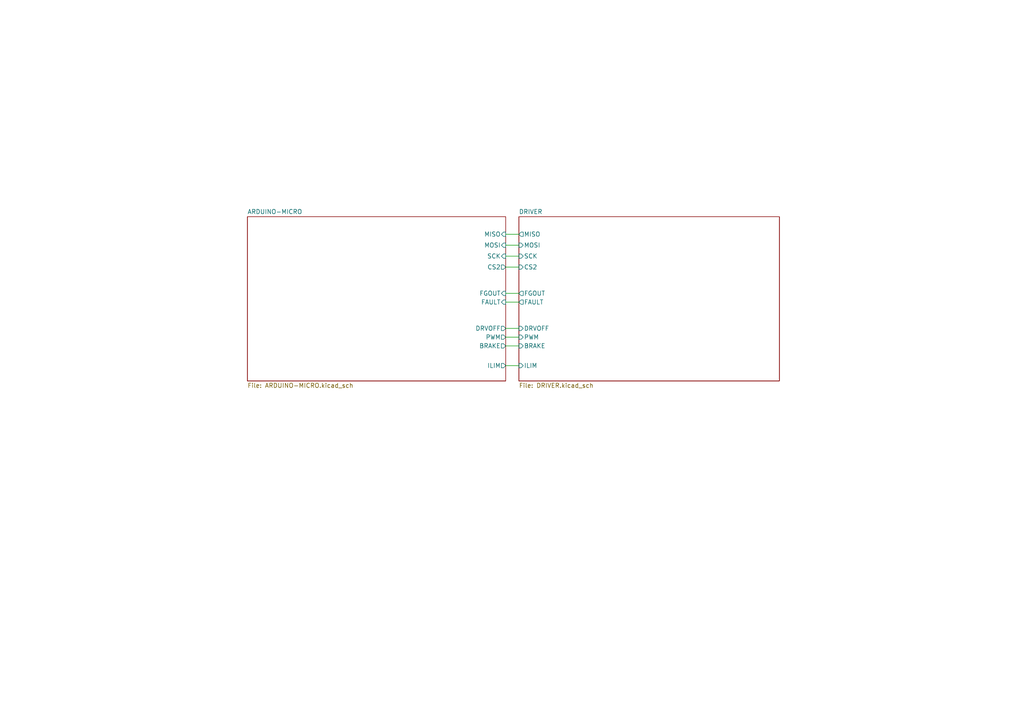
<source format=kicad_sch>
(kicad_sch
	(version 20231120)
	(generator "eeschema")
	(generator_version "8.0")
	(uuid "28736f4a-d3e1-48d0-84cf-91ca743ca464")
	(paper "A4")
	(title_block
		(title "DRIVERINO")
		(date "2021-04-29")
		(rev "01")
		(company "TuX's Design")
	)
	(lib_symbols)
	(wire
		(pts
			(xy 146.685 106.045) (xy 150.495 106.045)
		)
		(stroke
			(width 0)
			(type default)
		)
		(uuid "09bf572a-231e-41f4-acf9-06ac21b8171b")
	)
	(wire
		(pts
			(xy 146.685 95.25) (xy 150.495 95.25)
		)
		(stroke
			(width 0)
			(type default)
		)
		(uuid "1c6a2d0b-2fd4-494f-9d90-e4a50c292ce9")
	)
	(wire
		(pts
			(xy 146.685 71.12) (xy 150.495 71.12)
		)
		(stroke
			(width 0)
			(type default)
		)
		(uuid "34c0a696-afd9-45b6-b0f1-21075154e476")
	)
	(wire
		(pts
			(xy 146.685 97.79) (xy 150.495 97.79)
		)
		(stroke
			(width 0)
			(type default)
		)
		(uuid "37f13b6c-c983-406b-8360-b19650a527a6")
	)
	(wire
		(pts
			(xy 146.685 67.945) (xy 150.495 67.945)
		)
		(stroke
			(width 0)
			(type default)
		)
		(uuid "3b89fc45-72db-481a-83af-c05bfff72a9f")
	)
	(wire
		(pts
			(xy 146.685 85.09) (xy 150.495 85.09)
		)
		(stroke
			(width 0)
			(type default)
		)
		(uuid "78de3717-6cf4-4c69-8bea-abca99a3cd82")
	)
	(wire
		(pts
			(xy 146.685 77.47) (xy 150.495 77.47)
		)
		(stroke
			(width 0)
			(type default)
		)
		(uuid "8ed7a5f5-baa4-4457-81a8-db9e4d57ceec")
	)
	(wire
		(pts
			(xy 150.495 87.63) (xy 146.685 87.63)
		)
		(stroke
			(width 0)
			(type default)
		)
		(uuid "92688394-2adb-4842-b20f-ac1f7b27a32a")
	)
	(wire
		(pts
			(xy 146.685 74.295) (xy 150.495 74.295)
		)
		(stroke
			(width 0)
			(type default)
		)
		(uuid "a9e85fbb-fd9f-4042-8285-d762949d9827")
	)
	(wire
		(pts
			(xy 146.685 100.33) (xy 150.495 100.33)
		)
		(stroke
			(width 0)
			(type default)
		)
		(uuid "b23bc62b-c0a2-40c8-a34f-6531de75bb9e")
	)
	(sheet
		(at 150.495 62.865)
		(size 75.565 47.625)
		(fields_autoplaced yes)
		(stroke
			(width 0)
			(type solid)
		)
		(fill
			(color 0 0 0 0.0000)
		)
		(uuid "00000000-0000-0000-0000-0000613cddb7")
		(property "Sheetname" "DRIVER"
			(at 150.495 62.1534 0)
			(effects
				(font
					(size 1.27 1.27)
				)
				(justify left bottom)
			)
		)
		(property "Sheetfile" "DRIVER.kicad_sch"
			(at 150.495 111.0746 0)
			(effects
				(font
					(size 1.27 1.27)
				)
				(justify left top)
			)
		)
		(pin "FGOUT" output
			(at 150.495 85.09 180)
			(effects
				(font
					(size 1.27 1.27)
				)
				(justify left)
			)
			(uuid "3e59f3cb-ff63-4503-9cae-e3106a796ced")
		)
		(pin "PWM" input
			(at 150.495 97.79 180)
			(effects
				(font
					(size 1.27 1.27)
				)
				(justify left)
			)
			(uuid "faeaad62-4a11-4980-ac45-e1863311f12c")
		)
		(pin "BRAKE" input
			(at 150.495 100.33 180)
			(effects
				(font
					(size 1.27 1.27)
				)
				(justify left)
			)
			(uuid "6a048657-f529-4630-8c65-8f913b77a57d")
		)
		(pin "ILIM" input
			(at 150.495 106.045 180)
			(effects
				(font
					(size 1.27 1.27)
				)
				(justify left)
			)
			(uuid "9290e418-53b2-4d16-ab6a-abe492d75587")
		)
		(pin "CS2" input
			(at 150.495 77.47 180)
			(effects
				(font
					(size 1.27 1.27)
				)
				(justify left)
			)
			(uuid "5f99d7a3-3aaa-4dc7-a12c-662233c07f84")
		)
		(pin "SCK" input
			(at 150.495 74.295 180)
			(effects
				(font
					(size 1.27 1.27)
				)
				(justify left)
			)
			(uuid "231ddaad-5d5d-4c7f-b332-f1085683efcf")
		)
		(pin "MOSI" input
			(at 150.495 71.12 180)
			(effects
				(font
					(size 1.27 1.27)
				)
				(justify left)
			)
			(uuid "75eafc76-ba06-43db-9553-9a723d5cdceb")
		)
		(pin "MISO" output
			(at 150.495 67.945 180)
			(effects
				(font
					(size 1.27 1.27)
				)
				(justify left)
			)
			(uuid "10f309d0-0a81-47b2-bc06-e57bfabbfd3b")
		)
		(pin "DRVOFF" input
			(at 150.495 95.25 180)
			(effects
				(font
					(size 1.27 1.27)
				)
				(justify left)
			)
			(uuid "a441c160-3aa2-4708-be16-0da5d3e07035")
		)
		(pin "FAULT" output
			(at 150.495 87.63 180)
			(effects
				(font
					(size 1.27 1.27)
				)
				(justify left)
			)
			(uuid "f970d4d3-cea1-41f1-893d-d7012697145b")
		)
		(instances
			(project "Driverino"
				(path "/28736f4a-d3e1-48d0-84cf-91ca743ca464"
					(page "3")
				)
			)
		)
	)
	(sheet
		(at 71.755 62.865)
		(size 74.93 47.625)
		(fields_autoplaced yes)
		(stroke
			(width 0)
			(type solid)
		)
		(fill
			(color 0 0 0 0.0000)
		)
		(uuid "00000000-0000-0000-0000-0000614792e0")
		(property "Sheetname" "ARDUINO-MICRO"
			(at 71.755 62.1534 0)
			(effects
				(font
					(size 1.27 1.27)
				)
				(justify left bottom)
			)
		)
		(property "Sheetfile" "ARDUINO-MICRO.kicad_sch"
			(at 71.755 111.0746 0)
			(effects
				(font
					(size 1.27 1.27)
				)
				(justify left top)
			)
		)
		(pin "MISO" input
			(at 146.685 67.945 0)
			(effects
				(font
					(size 1.27 1.27)
				)
				(justify right)
			)
			(uuid "d8cbafae-53eb-4aa3-b0f0-64cbba9ff90d")
		)
		(pin "SCK" input
			(at 146.685 74.295 0)
			(effects
				(font
					(size 1.27 1.27)
				)
				(justify right)
			)
			(uuid "2993c185-38dd-492f-8b7b-69946ad5c12d")
		)
		(pin "MOSI" input
			(at 146.685 71.12 0)
			(effects
				(font
					(size 1.27 1.27)
				)
				(justify right)
			)
			(uuid "e90c075a-866d-40bf-8a73-5cac2e6fa38c")
		)
		(pin "ILIM" output
			(at 146.685 106.045 0)
			(effects
				(font
					(size 1.27 1.27)
				)
				(justify right)
			)
			(uuid "a658e99f-31c5-4f3d-a10e-3c9a6f311abc")
		)
		(pin "FGOUT" input
			(at 146.685 85.09 0)
			(effects
				(font
					(size 1.27 1.27)
				)
				(justify right)
			)
			(uuid "feadbe0f-bcf7-4efb-b395-ff8e0def6cc9")
		)
		(pin "FAULT" input
			(at 146.685 87.63 0)
			(effects
				(font
					(size 1.27 1.27)
				)
				(justify right)
			)
			(uuid "cadddcfb-ea17-48af-a1d5-e762527729a1")
		)
		(pin "DRVOFF" output
			(at 146.685 95.25 0)
			(effects
				(font
					(size 1.27 1.27)
				)
				(justify right)
			)
			(uuid "999d2b5f-3849-4c83-919f-33da9f92c9de")
		)
		(pin "PWM" output
			(at 146.685 97.79 0)
			(effects
				(font
					(size 1.27 1.27)
				)
				(justify right)
			)
			(uuid "9bd5715e-df80-41ad-90b7-b269d30da83a")
		)
		(pin "BRAKE" output
			(at 146.685 100.33 0)
			(effects
				(font
					(size 1.27 1.27)
				)
				(justify right)
			)
			(uuid "60d9d0aa-73ae-4d17-938f-983ab59aba98")
		)
		(pin "CS2" output
			(at 146.685 77.47 0)
			(effects
				(font
					(size 1.27 1.27)
				)
				(justify right)
			)
			(uuid "313d19bb-12ff-4b25-a0bf-060549e9ddc6")
		)
		(instances
			(project "Driverino"
				(path "/28736f4a-d3e1-48d0-84cf-91ca743ca464"
					(page "2")
				)
			)
		)
	)
	(sheet_instances
		(path "/"
			(page "1")
		)
	)
)
</source>
